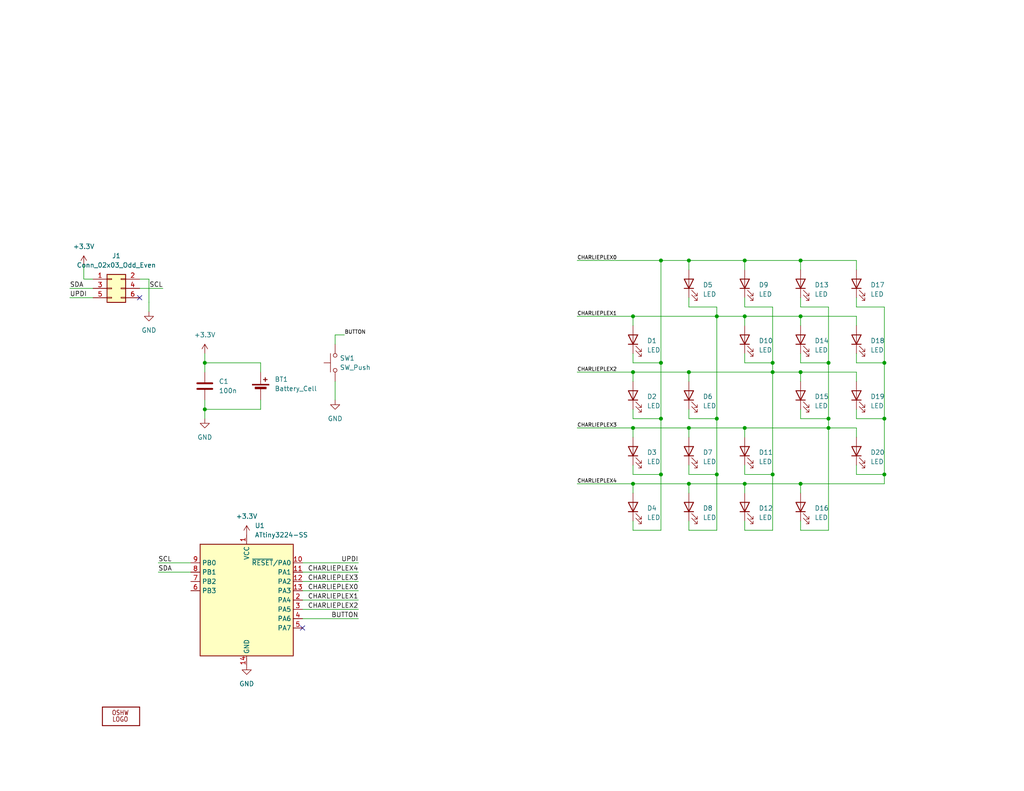
<source format=kicad_sch>
(kicad_sch (version 20231120) (generator "eeschema") (generator_version "8.0")
  (paper "USLetter")
  (lib_symbols
    (symbol "Connector_Generic:Conn_02x03_Odd_Even" (pin_names (offset 1.016) hide)
      (property "Reference" "J" (at 1.27 5.08 0))
      (property "Value" "Conn_02x03_Odd_Even" (at 1.27 -5.08 0))
      (symbol "Conn_02x03_Odd_Even_1_1"
        (rectangle (start -1.27 -2.413) (end 0 -2.667) (stroke (width 0.1524)))
        (rectangle (start -1.27 0.127) (end 0 -0.127) (stroke (width 0.1524)))
        (rectangle (start -1.27 2.667) (end 0 2.413) (stroke (width 0.1524)))
        (rectangle (start -1.27 3.81) (end 3.81 -3.81) (stroke (width 0.254)) (fill (type background)))
        (rectangle (start 3.81 -2.413) (end 2.54 -2.667) (stroke (width 0.1524)))
        (rectangle (start 3.81 0.127) (end 2.54 -0.127) (stroke (width 0.1524)))
        (rectangle (start 3.81 2.667) (end 2.54 2.413) (stroke (width 0.1524)))
        (pin passive line (at -5.08 2.54 0) (length 3.81) (name "Pin_1") (number "1"))
        (pin passive line (at 7.62 2.54 180) (length 3.81) (name "Pin_2") (number "2"))
        (pin passive line (at -5.08 0 0) (length 3.81) (name "Pin_3") (number "3"))
        (pin passive line (at 7.62 0 180) (length 3.81) (name "Pin_4") (number "4"))
        (pin passive line (at -5.08 -2.54 0) (length 3.81) (name "Pin_5") (number "5"))
        (pin passive line (at 7.62 -2.54 180) (length 3.81) (name "Pin_6") (number "6"))
      )
    )
    (symbol "Device:Battery_Cell" (pin_numbers hide) (pin_names (offset 0) hide)
      (property "Reference" "BT" (at 2.54 2.54 0))
      (property "Value" "Battery_Cell" (at 2.54 0 0))
      (symbol "Battery_Cell_0_1"
        (rectangle (start -2.286 1.778) (end 2.286 1.524) (fill (type outline)))
        (rectangle (start -1.524 1.016) (end 1.524 0.508) (fill (type outline)))
        (polyline (pts (xy 0 0.762) (xy 0 0)))
        (polyline (pts (xy 0 1.778) (xy 0 2.54)))
        (polyline (pts (xy 0.762 3.048) (xy 1.778 3.048)) (stroke (width 0.254)))
        (polyline (pts (xy 1.27 3.556) (xy 1.27 2.54)) (stroke (width 0.254)))
      )
      (symbol "Battery_Cell_1_1"
        (pin passive line (at 0 5.08 270) (length 2.54) (name "+") (number "1"))
        (pin passive line (at 0 -2.54 90) (length 2.54) (name "-") (number "2"))
      )
    )
    (symbol "Device:C" (pin_numbers hide) (pin_names (offset 0.254))
      (property "Reference" "C" (at 0.635 2.54 0))
      (property "Value" "C" (at 0.635 -2.54 0))
      (symbol "C_0_1"
        (polyline (pts (xy -2.032 -0.762) (xy 2.032 -0.762)) (stroke (width 0.508)))
        (polyline (pts (xy -2.032 0.762) (xy 2.032 0.762)) (stroke (width 0.508)))
      )
      (symbol "C_1_1"
        (pin passive line (at 0 3.81 270) (length 2.794) (name "~") (number "1"))
        (pin passive line (at 0 -3.81 90) (length 2.794) (name "~") (number "2"))
      )
    )
    (symbol "Device:LED" (pin_numbers hide) (pin_names (offset 1.016) hide)
      (property "Reference" "D" (at 0 2.54 0))
      (property "Value" "LED" (at 0 -2.54 0))
      (symbol "LED_0_1"
        (polyline (pts (xy -1.27 -1.27) (xy -1.27 1.27)) (stroke (width 0.254)))
        (polyline (pts (xy -1.27 0) (xy 1.27 0)))
        (polyline (pts (xy 1.27 -1.27) (xy 1.27 1.27) (xy -1.27 0) (xy 1.27 -1.27)) (stroke (width 0.254)))
        (polyline (pts (xy -3.048 -0.762) (xy -4.572 -2.286) (xy -3.81 -2.286) (xy -4.572 -2.286) (xy -4.572 -1.524)))
        (polyline (pts (xy -1.778 -0.762) (xy -3.302 -2.286) (xy -2.54 -2.286) (xy -3.302 -2.286) (xy -3.302 -1.524)))
      )
      (symbol "LED_1_1"
        (pin passive line (at -3.81 0 0) (length 2.54) (name "K") (number "1"))
        (pin passive line (at 3.81 0 180) (length 2.54) (name "A") (number "2"))
      )
    )
    (symbol "MCU_Microchip_ATtiny:ATtiny3224-SS"
      (property "Reference" "U" (at -12.7 16.51 0))
      (property "Value" "ATtiny3224-SS" (at 2.54 -16.51 0))
      (symbol "ATtiny3224-SS_0_1"
        (rectangle (start -12.7 -15.24) (end 12.7 15.24) (stroke (width 0.254)) (fill (type background)))
      )
      (symbol "ATtiny3224-SS_1_1"
        (pin power_in line (at 0 17.78 270) (length 2.54) (name "VCC") (number "1"))
        (pin bidirectional line (at 15.24 10.16 180) (length 2.54) (name "~{RESET}/PA0") (number "10"))
        (pin bidirectional line (at 15.24 7.62 180) (length 2.54) (name "PA1") (number "11"))
        (pin bidirectional line (at 15.24 5.08 180) (length 2.54) (name "PA2") (number "12"))
        (pin bidirectional line (at 15.24 2.54 180) (length 2.54) (name "PA3") (number "13"))
        (pin power_in line (at 0 -17.78 90) (length 2.54) (name "GND") (number "14"))
        (pin bidirectional line (at 15.24 0 180) (length 2.54) (name "PA4") (number "2"))
        (pin bidirectional line (at 15.24 -2.54 180) (length 2.54) (name "PA5") (number "3"))
        (pin bidirectional line (at 15.24 -5.08 180) (length 2.54) (name "PA6") (number "4"))
        (pin bidirectional line (at 15.24 -7.62 180) (length 2.54) (name "PA7") (number "5"))
        (pin bidirectional line (at -15.24 2.54 0) (length 2.54) (name "PB3") (number "6"))
        (pin bidirectional line (at -15.24 5.08 0) (length 2.54) (name "PB2") (number "7"))
        (pin bidirectional line (at -15.24 7.62 0) (length 2.54) (name "PB1") (number "8"))
        (pin bidirectional line (at -15.24 10.16 0) (length 2.54) (name "PB0") (number "9"))
      )
    )
    (symbol "Switch:SW_Push" (pin_numbers hide) (pin_names (offset 1.016) hide)
      (property "Reference" "SW" (at 1.27 2.54 0))
      (property "Value" "SW_Push" (at 0 -1.524 0))
      (symbol "SW_Push_0_1"
        (circle (center -2.032 0) (radius 0.508))
        (polyline (pts (xy 0 1.27) (xy 0 3.048)))
        (polyline (pts (xy 2.54 1.27) (xy -2.54 1.27)))
        (circle (center 2.032 0) (radius 0.508))
        (pin passive line (at -5.08 0 0) (length 2.54) (name "1") (number "1"))
        (pin passive line (at 5.08 0 180) (length 2.54) (name "2") (number "2"))
      )
    )
    (symbol "power:+3.3V" (power) (pin_names (offset 0))
      (property "Value" "+3.3V" (at 0 3.556 0))
      (symbol "+3.3V_0_1"
        (polyline (pts (xy -0.762 1.27) (xy 0 2.54)))
        (polyline (pts (xy 0 0) (xy 0 2.54)))
        (polyline (pts (xy 0 2.54) (xy 0.762 1.27)))
      )
      (symbol "+3.3V_1_1"
        (pin power_in line (at 0 0 90) (length 0) hide (name "+3.3V") (number "1"))
      )
    )
    (symbol "power:GND" (power) (pin_names (offset 0))
      (property "Value" "GND" (at 0 -3.81 0))
      (symbol "GND_0_1"
        (polyline (pts (xy 0 0) (xy 0 -1.27) (xy 1.27 -1.27) (xy 0 -2.54) (xy -1.27 -1.27) (xy 0 -1.27)))
      )
      (symbol "GND_1_1"
        (pin power_in line (at 0 0 270) (length 0) hide (name "GND") (number "1"))
      )
    )
    (symbol "valentines-heart-punk-r1.2-rotated-eagle-import:OSHW_LOGO_FILLX0100-NT"
      (symbol "OSHW_LOGO_FILLX0100-NT_1_0"
        (polyline (pts (xy -5.08 -2.54) (xy -5.08 2.54)) (stroke (width 0.254)))
        (polyline (pts (xy -5.08 2.54) (xy 5.08 2.54)) (stroke (width 0.254)))
        (polyline (pts (xy 5.08 -2.54) (xy -5.08 -2.54)) (stroke (width 0.254)))
        (polyline (pts (xy 5.08 2.54) (xy 5.08 -2.54)) (stroke (width 0.254)))
        (text "LOGO" (at -2.413 -1.524 0) (effects (font (size 1.27 1.0795)) (justify left bottom)))
        (text "OSHW" (at -2.54 0.254 0) (effects (font (size 1.27 1.0795)) (justify left bottom)))
      )
    )
  )
  (junction (at 218.44 86.36))
  (junction (at 241.3 129.54))
  (junction (at 180.34 129.54))
  (junction (at 180.34 71.12))
  (junction (at 180.34 114.3))
  (junction (at 210.82 101.6))
  (junction (at 203.2 116.84))
  (junction (at 187.96 71.12))
  (junction (at 226.06 114.3))
  (junction (at 172.72 101.6))
  (junction (at 195.58 86.36))
  (junction (at 187.96 116.84))
  (junction (at 172.72 116.84))
  (junction (at 203.2 86.36))
  (junction (at 241.3 114.3))
  (junction (at 187.96 132.08))
  (junction (at 55.88 99.06))
  (junction (at 210.82 129.54))
  (junction (at 187.96 101.6))
  (junction (at 218.44 132.08))
  (junction (at 226.06 99.06))
  (junction (at 172.72 132.08))
  (junction (at 218.44 101.6))
  (junction (at 195.58 114.3))
  (junction (at 218.44 71.12))
  (junction (at 55.88 111.76))
  (junction (at 180.34 99.06))
  (junction (at 226.06 116.84))
  (junction (at 210.82 99.06))
  (junction (at 195.58 129.54))
  (junction (at 203.2 71.12))
  (junction (at 172.72 86.36))
  (junction (at 203.2 132.08))
  (junction (at 241.3 99.06))
  (no_connect (at 82.55 171.45))
  (no_connect (at 38.1 81.28))
  (wire (pts (xy 172.72 114.3) (xy 172.72 111.76)) (stroke (width 0.1524)))
  (wire (pts (xy 218.44 101.6) (xy 233.68 101.6)) (stroke (width 0.1524)))
  (wire (pts (xy 233.68 86.36) (xy 233.68 88.9)) (stroke (width 0.1524)))
  (wire (pts (xy 203.2 132.08) (xy 203.2 134.62)) (stroke (width 0.1524)))
  (wire (pts (xy 241.3 129.54) (xy 241.3 114.3)) (stroke (width 0.1524)))
  (wire (pts (xy 187.96 83.82) (xy 195.58 83.82)) (stroke (width 0.1524)))
  (wire (pts (xy 187.96 144.78) (xy 187.96 142.24)) (stroke (width 0.1524)))
  (wire (pts (xy 233.68 99.06) (xy 241.3 99.06)) (stroke (width 0.1524)))
  (wire (pts (xy 187.96 116.84) (xy 203.2 116.84)) (stroke (width 0.1524)))
  (wire (pts (xy 203.2 99.06) (xy 210.82 99.06)) (stroke (width 0.1524)))
  (wire (pts (xy 218.44 132.08) (xy 241.3 132.08)) (stroke (width 0.1524)))
  (wire (pts (xy 55.88 99.06) (xy 55.88 101.6)))
  (wire (pts (xy 210.82 99.06) (xy 210.82 101.6)) (stroke (width 0.1524)))
  (wire (pts (xy 195.58 144.78) (xy 195.58 129.54)) (stroke (width 0.1524)))
  (wire (pts (xy 22.86 76.2) (xy 25.4 76.2)) (stroke (width 0.1524)))
  (wire (pts (xy 172.72 86.36) (xy 172.72 88.9)) (stroke (width 0.1524)))
  (wire (pts (xy 203.2 132.08) (xy 218.44 132.08)) (stroke (width 0.1524)))
  (wire (pts (xy 241.3 132.08) (xy 241.3 129.54)) (stroke (width 0.1524)))
  (wire (pts (xy 172.72 132.08) (xy 157.48 132.08)) (stroke (width 0.1524)))
  (wire (pts (xy 172.72 129.54) (xy 180.34 129.54)) (stroke (width 0.1524)))
  (wire (pts (xy 233.68 111.76) (xy 233.68 114.3)) (stroke (width 0.1524)))
  (wire (pts (xy 187.96 144.78) (xy 195.58 144.78)) (stroke (width 0.1524)))
  (wire (pts (xy 91.44 91.44) (xy 93.98 91.44)) (stroke (width 0.1524)))
  (wire (pts (xy 210.82 144.78) (xy 210.82 129.54)) (stroke (width 0.1524)))
  (wire (pts (xy 233.68 129.54) (xy 241.3 129.54)) (stroke (width 0.1524)))
  (wire (pts (xy 233.68 96.52) (xy 233.68 99.06)) (stroke (width 0.1524)))
  (wire (pts (xy 40.64 82.55) (xy 40.64 85.09)) (stroke (width 0.1524)))
  (wire (pts (xy 203.2 86.36) (xy 195.58 86.36)) (stroke (width 0.1524)))
  (wire (pts (xy 55.88 111.76) (xy 55.88 109.22)))
  (wire (pts (xy 218.44 86.36) (xy 233.68 86.36)) (stroke (width 0.1524)))
  (wire (pts (xy 203.2 86.36) (xy 203.2 88.9)) (stroke (width 0.1524)))
  (wire (pts (xy 82.55 166.37) (xy 97.79 166.37)) (stroke (width 0.1524)))
  (wire (pts (xy 180.34 99.06) (xy 180.34 114.3)) (stroke (width 0.1524)))
  (wire (pts (xy 210.82 101.6) (xy 187.96 101.6)) (stroke (width 0.1524)))
  (wire (pts (xy 218.44 99.06) (xy 218.44 96.52)) (stroke (width 0.1524)))
  (wire (pts (xy 226.06 114.3) (xy 226.06 116.84)) (stroke (width 0.1524)))
  (wire (pts (xy 218.44 99.06) (xy 226.06 99.06)) (stroke (width 0.1524)))
  (wire (pts (xy 210.82 129.54) (xy 210.82 101.6)) (stroke (width 0.1524)))
  (wire (pts (xy 40.64 76.2) (xy 40.64 82.55)))
  (wire (pts (xy 55.88 96.52) (xy 55.88 99.06)))
  (wire (pts (xy 172.72 144.78) (xy 172.72 142.24)) (stroke (width 0.1524)))
  (wire (pts (xy 233.68 116.84) (xy 233.68 119.38)) (stroke (width 0.1524)))
  (wire (pts (xy 172.72 99.06) (xy 172.72 96.52)) (stroke (width 0.1524)))
  (wire (pts (xy 172.72 132.08) (xy 172.72 134.62)) (stroke (width 0.1524)))
  (wire (pts (xy 187.96 71.12) (xy 187.96 73.66)) (stroke (width 0.1524)))
  (wire (pts (xy 203.2 71.12) (xy 203.2 73.66)) (stroke (width 0.1524)))
  (wire (pts (xy 38.1 78.74) (xy 44.45 78.74)))
  (wire (pts (xy 187.96 116.84) (xy 187.96 119.38)) (stroke (width 0.1524)))
  (wire (pts (xy 55.88 111.76) (xy 71.12 111.76)))
  (wire (pts (xy 172.72 101.6) (xy 157.48 101.6)) (stroke (width 0.1524)))
  (wire (pts (xy 82.55 153.67) (xy 97.79 153.67)))
  (wire (pts (xy 195.58 114.3) (xy 195.58 86.36)) (stroke (width 0.1524)))
  (wire (pts (xy 157.48 86.36) (xy 172.72 86.36)) (stroke (width 0.1524)))
  (wire (pts (xy 172.72 114.3) (xy 180.34 114.3)) (stroke (width 0.1524)))
  (wire (pts (xy 241.3 114.3) (xy 241.3 99.06)) (stroke (width 0.1524)))
  (wire (pts (xy 195.58 83.82) (xy 195.58 86.36)) (stroke (width 0.1524)))
  (wire (pts (xy 82.55 163.83) (xy 97.79 163.83)) (stroke (width 0.1524)))
  (wire (pts (xy 226.06 99.06) (xy 226.06 114.3)) (stroke (width 0.1524)))
  (wire (pts (xy 203.2 116.84) (xy 226.06 116.84)) (stroke (width 0.1524)))
  (wire (pts (xy 233.68 127) (xy 233.68 129.54)) (stroke (width 0.1524)))
  (wire (pts (xy 226.06 116.84) (xy 233.68 116.84)) (stroke (width 0.1524)))
  (wire (pts (xy 43.18 156.21) (xy 52.07 156.21)))
  (wire (pts (xy 172.72 116.84) (xy 187.96 116.84)) (stroke (width 0.1524)))
  (wire (pts (xy 218.44 101.6) (xy 210.82 101.6)) (stroke (width 0.1524)))
  (wire (pts (xy 241.3 83.82) (xy 233.68 83.82)) (stroke (width 0.1524)))
  (wire (pts (xy 233.68 101.6) (xy 233.68 104.14)) (stroke (width 0.1524)))
  (wire (pts (xy 241.3 99.06) (xy 241.3 83.82)) (stroke (width 0.1524)))
  (wire (pts (xy 226.06 116.84) (xy 226.06 144.78)) (stroke (width 0.1524)))
  (wire (pts (xy 187.96 132.08) (xy 203.2 132.08)) (stroke (width 0.1524)))
  (wire (pts (xy 218.44 86.36) (xy 218.44 88.9)) (stroke (width 0.1524)))
  (wire (pts (xy 218.44 71.12) (xy 233.68 71.12)) (stroke (width 0.1524)))
  (wire (pts (xy 172.72 101.6) (xy 172.72 104.14)) (stroke (width 0.1524)))
  (wire (pts (xy 82.55 158.75) (xy 97.79 158.75)) (stroke (width 0.1524)))
  (wire (pts (xy 187.96 114.3) (xy 187.96 111.76)) (stroke (width 0.1524)))
  (wire (pts (xy 172.72 129.54) (xy 172.72 127)) (stroke (width 0.1524)))
  (wire (pts (xy 218.44 114.3) (xy 226.06 114.3)) (stroke (width 0.1524)))
  (wire (pts (xy 233.68 114.3) (xy 241.3 114.3)) (stroke (width 0.1524)))
  (wire (pts (xy 187.96 71.12) (xy 180.34 71.12)) (stroke (width 0.1524)))
  (wire (pts (xy 91.44 109.22) (xy 91.44 104.14)) (stroke (width 0.1524)))
  (wire (pts (xy 180.34 71.12) (xy 180.34 99.06)) (stroke (width 0.1524)))
  (wire (pts (xy 187.96 129.54) (xy 195.58 129.54)) (stroke (width 0.1524)))
  (wire (pts (xy 203.2 83.82) (xy 210.82 83.82)) (stroke (width 0.1524)))
  (wire (pts (xy 19.05 81.28) (xy 25.4 81.28)))
  (wire (pts (xy 55.88 114.3) (xy 55.88 111.76)))
  (wire (pts (xy 218.44 71.12) (xy 203.2 71.12)) (stroke (width 0.1524)))
  (wire (pts (xy 22.86 72.39) (xy 22.86 76.2)) (stroke (width 0.1524)))
  (wire (pts (xy 195.58 129.54) (xy 195.58 114.3)) (stroke (width 0.1524)))
  (wire (pts (xy 203.2 129.54) (xy 203.2 127)) (stroke (width 0.1524)))
  (wire (pts (xy 180.34 144.78) (xy 172.72 144.78)) (stroke (width 0.1524)))
  (wire (pts (xy 233.68 83.82) (xy 233.68 81.28)) (stroke (width 0.1524)))
  (wire (pts (xy 180.34 71.12) (xy 157.48 71.12)) (stroke (width 0.1524)))
  (wire (pts (xy 203.2 144.78) (xy 203.2 142.24)) (stroke (width 0.1524)))
  (wire (pts (xy 43.18 153.67) (xy 52.07 153.67)))
  (wire (pts (xy 187.96 83.82) (xy 187.96 81.28)) (stroke (width 0.1524)))
  (wire (pts (xy 91.44 91.44) (xy 91.44 93.98)) (stroke (width 0.1524)))
  (wire (pts (xy 203.2 83.82) (xy 203.2 81.28)) (stroke (width 0.1524)))
  (wire (pts (xy 71.12 99.06) (xy 71.12 101.6)))
  (wire (pts (xy 19.05 78.74) (xy 25.4 78.74)))
  (wire (pts (xy 203.2 86.36) (xy 218.44 86.36)) (stroke (width 0.1524)))
  (wire (pts (xy 187.96 101.6) (xy 187.96 104.14)) (stroke (width 0.1524)))
  (wire (pts (xy 82.55 161.29) (xy 97.79 161.29)) (stroke (width 0.1524)))
  (wire (pts (xy 218.44 83.82) (xy 218.44 81.28)) (stroke (width 0.1524)))
  (wire (pts (xy 38.1 76.2) (xy 40.64 76.2)))
  (wire (pts (xy 218.44 83.82) (xy 226.06 83.82)) (stroke (width 0.1524)))
  (wire (pts (xy 218.44 71.12) (xy 218.44 73.66)) (stroke (width 0.1524)))
  (wire (pts (xy 187.96 129.54) (xy 187.96 127)) (stroke (width 0.1524)))
  (wire (pts (xy 195.58 86.36) (xy 172.72 86.36)) (stroke (width 0.1524)))
  (wire (pts (xy 203.2 71.12) (xy 187.96 71.12)) (stroke (width 0.1524)))
  (wire (pts (xy 203.2 144.78) (xy 210.82 144.78)) (stroke (width 0.1524)))
  (wire (pts (xy 55.88 99.06) (xy 71.12 99.06)))
  (wire (pts (xy 172.72 99.06) (xy 180.34 99.06)) (stroke (width 0.1524)))
  (wire (pts (xy 187.96 114.3) (xy 195.58 114.3)) (stroke (width 0.1524)))
  (wire (pts (xy 172.72 116.84) (xy 172.72 119.38)) (stroke (width 0.1524)))
  (wire (pts (xy 218.44 114.3) (xy 218.44 111.76)) (stroke (width 0.1524)))
  (wire (pts (xy 82.55 168.91) (xy 97.79 168.91)) (stroke (width 0.1524)))
  (wire (pts (xy 187.96 101.6) (xy 172.72 101.6)) (stroke (width 0.1524)))
  (wire (pts (xy 226.06 144.78) (xy 218.44 144.78)) (stroke (width 0.1524)))
  (wire (pts (xy 203.2 99.06) (xy 203.2 96.52)) (stroke (width 0.1524)))
  (wire (pts (xy 172.72 132.08) (xy 187.96 132.08)) (stroke (width 0.1524)))
  (wire (pts (xy 82.55 156.21) (xy 97.79 156.21)) (stroke (width 0.1524)))
  (wire (pts (xy 180.34 129.54) (xy 180.34 144.78)) (stroke (width 0.1524)))
  (wire (pts (xy 187.96 132.08) (xy 187.96 134.62)) (stroke (width 0.1524)))
  (wire (pts (xy 180.34 114.3) (xy 180.34 129.54)) (stroke (width 0.1524)))
  (wire (pts (xy 218.44 101.6) (xy 218.44 104.14)) (stroke (width 0.1524)))
  (wire (pts (xy 218.44 144.78) (xy 218.44 142.24)) (stroke (width 0.1524)))
  (wire (pts (xy 71.12 111.76) (xy 71.12 109.22)))
  (wire (pts (xy 210.82 83.82) (xy 210.82 99.06)) (stroke (width 0.1524)))
  (wire (pts (xy 172.72 116.84) (xy 157.48 116.84)) (stroke (width 0.1524)))
  (wire (pts (xy 210.82 129.54) (xy 203.2 129.54)) (stroke (width 0.1524)))
  (wire (pts (xy 218.44 132.08) (xy 218.44 134.62)) (stroke (width 0.1524)))
  (wire (pts (xy 226.06 83.82) (xy 226.06 99.06)) (stroke (width 0.1524)))
  (wire (pts (xy 203.2 116.84) (xy 203.2 119.38)) (stroke (width 0.1524)))
  (wire (pts (xy 233.68 71.12) (xy 233.68 73.66)) (stroke (width 0.1524)))
  (label "SDA" (at 19.05 78.74 0))
  (label "UPDI" (at 97.79 153.67 180))
  (label "CHARLIEPLEX4" (at 157.48 132.08 0) (effects (font (size 0.9957 0.9957))))
  (label "CHARLIEPLEX2" (at 157.48 101.6 0) (effects (font (size 0.9957 0.9957))))
  (label "CHARLIEPLEX0" (at 157.48 71.12 0) (effects (font (size 0.9957 0.9957))))
  (label "SCL" (at 44.45 78.74 180))
  (label "SDA" (at 43.18 156.21 0))
  (label "CHARLIEPLEX3" (at 157.48 116.84 0) (effects (font (size 0.9957 0.9957))))
  (label "CHARLIEPLEX1" (at 97.79 163.83 180))
  (label "CHARLIEPLEX0" (at 97.79 161.29 180))
  (label "UPDI" (at 19.05 81.28 0))
  (label "SCL" (at 43.18 153.67 0))
  (label "BUTTON" (at 93.98 91.44 0) (effects (font (size 0.9957 0.9957))))
  (label "CHARLIEPLEX3" (at 97.79 158.75 180))
  (label "CHARLIEPLEX1" (at 157.48 86.36 0) (effects (font (size 0.9957 0.9957))))
  (label "CHARLIEPLEX4" (at 97.79 156.21 180))
  (label "BUTTON" (at 97.79 168.91 180))
  (label "CHARLIEPLEX2" (at 97.79 166.37 180))
  (symbol (lib_id "Device:LED") (at 218.44 107.95 90) (unit 1)
    (property "Reference" "D15" (at 222.25 108.2675 90) (effects (justify right)))
    (property "Value" "LED" (at 222.25 110.8075 90) (effects (justify right)))
    (property "Footprint" "LED_SMD:LED_1206_3216Metric" (effects (hide yes)))
  )
  (symbol (lib_id "Device:LED") (at 203.2 92.71 90) (unit 1)
    (property "Reference" "D10" (at 207.01 93.0275 90) (effects (justify right)))
    (property "Value" "LED" (at 207.01 95.5675 90) (effects (justify right)))
    (property "Footprint" "LED_SMD:LED_1206_3216Metric" (effects (hide yes)))
  )
  (symbol (lib_id "power:GND") (at 40.64 85.09 0) (unit 1)
    (property "Reference" "#PWR01" (effects (hide yes)))
    (property "Value" "GND" (at 40.64 90.17 0))
  )
  (symbol (lib_id "Connector_Generic:Conn_02x03_Odd_Even") (at 30.48 78.74 0) (unit 1)
    (property "Reference" "J1" (at 31.75 69.85 0))
    (property "Value" "Conn_02x03_Odd_Even" (at 31.75 72.39 0))
    (property "Footprint" "Connector_IDC:IDC-Header_2x03_P2.54mm_Vertical_SMD" (effects (hide yes)))
  )
  (symbol (lib_id "Device:LED") (at 203.2 77.47 90) (unit 1)
    (property "Reference" "D9" (at 207.01 77.7875 90) (effects (justify right)))
    (property "Value" "LED" (at 207.01 80.3275 90) (effects (justify right)))
    (property "Footprint" "LED_SMD:LED_1206_3216Metric" (effects (hide yes)))
  )
  (symbol (lib_id "power:GND") (at 67.31 181.61 0) (unit 1)
    (property "Reference" "#PWR04" (effects (hide yes)))
    (property "Value" "GND" (at 67.31 186.69 0))
  )
  (symbol (lib_id "Device:C") (at 55.88 105.41 0) (unit 1)
    (property "Reference" "C1" (at 59.69 104.14 0) (effects (justify left)))
    (property "Value" "100n" (at 59.69 106.68 0) (effects (justify left)))
    (property "Footprint" "Capacitor_SMD:C_1206_3216Metric" (effects (hide yes)))
  )
  (symbol (lib_id "Device:LED") (at 233.68 77.47 90) (unit 1)
    (property "Reference" "D17" (at 237.49 77.7875 90) (effects (justify right)))
    (property "Value" "LED" (at 237.49 80.3275 90) (effects (justify right)))
    (property "Footprint" "LED_SMD:LED_1206_3216Metric" (effects (hide yes)))
  )
  (symbol (lib_id "Device:LED") (at 172.72 138.43 90) (unit 1)
    (property "Reference" "D4" (at 176.53 138.7475 90) (effects (justify right)))
    (property "Value" "LED" (at 176.53 141.2875 90) (effects (justify right)))
    (property "Footprint" "LED_SMD:LED_1206_3216Metric" (effects (hide yes)))
  )
  (symbol (lib_id "Device:LED") (at 172.72 92.71 90) (unit 1)
    (property "Reference" "D1" (at 176.53 93.0275 90) (effects (justify right)))
    (property "Value" "LED" (at 176.53 95.5675 90) (effects (justify right)))
    (property "Footprint" "LED_SMD:LED_1206_3216Metric" (effects (hide yes)))
  )
  (symbol (lib_id "Device:LED") (at 218.44 92.71 90) (unit 1)
    (property "Reference" "D14" (at 222.25 93.0275 90) (effects (justify right)))
    (property "Value" "LED" (at 222.25 95.5675 90) (effects (justify right)))
    (property "Footprint" "LED_SMD:LED_1206_3216Metric" (effects (hide yes)))
  )
  (symbol (lib_id "power:+3.3V") (at 22.86 72.39 0) (unit 1)
    (property "Reference" "#PWR07" (effects (hide yes)))
    (property "Value" "+3.3V" (at 22.86 67.31 0))
  )
  (symbol (lib_id "Device:LED") (at 233.68 123.19 90) (unit 1)
    (property "Reference" "D20" (at 237.49 123.5075 90) (effects (justify right)))
    (property "Value" "LED" (at 237.49 126.0475 90) (effects (justify right)))
    (property "Footprint" "LED_SMD:LED_1206_3216Metric" (effects (hide yes)))
  )
  (symbol (lib_id "Device:LED") (at 233.68 92.71 90) (unit 1)
    (property "Reference" "D18" (at 237.49 93.0275 90) (effects (justify right)))
    (property "Value" "LED" (at 237.49 95.5675 90) (effects (justify right)))
    (property "Footprint" "LED_SMD:LED_1206_3216Metric" (effects (hide yes)))
  )
  (symbol (lib_id "Switch:SW_Push") (at 91.44 99.06 90) (unit 1)
    (property "Reference" "SW1" (at 92.71 97.79 90) (effects (justify right)))
    (property "Value" "SW_Push" (at 92.71 100.33 90) (effects (justify right)))
    (property "Footprint" "Button_Switch_SMD:SW_SPST_CK_RS282G05A3" (effects (hide yes)))
  )
  (symbol (lib_id "Device:LED") (at 218.44 138.43 90) (unit 1)
    (property "Reference" "D16" (at 222.25 138.7475 90) (effects (justify right)))
    (property "Value" "LED" (at 222.25 141.2875 90) (effects (justify right)))
    (property "Footprint" "LED_SMD:LED_1206_3216Metric" (effects (hide yes)))
  )
  (symbol (lib_id "Device:LED") (at 172.72 107.95 90) (unit 1)
    (property "Reference" "D2" (at 176.53 108.2675 90) (effects (justify right)))
    (property "Value" "LED" (at 176.53 110.8075 90) (effects (justify right)))
    (property "Footprint" "LED_SMD:LED_1206_3216Metric" (effects (hide yes)))
  )
  (symbol (lib_id "Device:LED") (at 187.96 107.95 90) (unit 1)
    (property "Reference" "D6" (at 191.77 108.2675 90) (effects (justify right)))
    (property "Value" "LED" (at 191.77 110.8075 90) (effects (justify right)))
    (property "Footprint" "LED_SMD:LED_1206_3216Metric" (effects (hide yes)))
  )
  (symbol (lib_id "power:+3.3V") (at 67.31 146.05 0) (unit 1)
    (property "Reference" "#PWR05" (effects (hide yes)))
    (property "Value" "+3.3V" (at 67.31 140.97 0))
  )
  (symbol (lib_id "Device:LED") (at 203.2 123.19 90) (unit 1)
    (property "Reference" "D11" (at 207.01 123.5075 90) (effects (justify right)))
    (property "Value" "LED" (at 207.01 126.0475 90) (effects (justify right)))
    (property "Footprint" "LED_SMD:LED_1206_3216Metric" (effects (hide yes)))
  )
  (symbol (lib_id "Device:LED") (at 172.72 123.19 90) (unit 1)
    (property "Reference" "D3" (at 176.53 123.5075 90) (effects (justify right)))
    (property "Value" "LED" (at 176.53 126.0475 90) (effects (justify right)))
    (property "Footprint" "LED_SMD:LED_1206_3216Metric" (effects (hide yes)))
  )
  (symbol (lib_id "power:+3.3V") (at 55.88 96.52 0) (unit 1)
    (property "Reference" "#PWR06" (effects (hide yes)))
    (property "Value" "+3.3V" (at 55.88 91.44 0))
  )
  (symbol (lib_id "power:GND") (at 91.44 109.22 0) (unit 1)
    (property "Reference" "#PWR03" (effects (hide yes)))
    (property "Value" "GND" (at 91.44 114.3 0))
  )
  (symbol (lib_id "valentines-heart-punk-r1.2-rotated-eagle-import:OSHW_LOGO_FILLX0100-NT") (at 33.02 195.58 0) (unit 1)
    (property "Reference" "LOGO1" (effects (hide yes)))
    (property "Value" "OSHW_LOGO_FILLX0100-NT" (effects (hide yes)))
    (property "Footprint" "valentines-heart-punk-r1.2-rotated:OSHW_FILLX100_NOTEXT" (effects (hide yes)))
  )
  (symbol (lib_id "Device:LED") (at 187.96 77.47 90) (unit 1)
    (property "Reference" "D5" (at 191.77 77.7875 90) (effects (justify right)))
    (property "Value" "LED" (at 191.77 80.3275 90) (effects (justify right)))
    (property "Footprint" "LED_SMD:LED_1206_3216Metric" (effects (hide yes)))
  )
  (symbol (lib_id "Device:Battery_Cell") (at 71.12 106.68 0) (unit 1)
    (property "Reference" "BT1" (at 74.93 103.5685 0) (effects (justify left)))
    (property "Value" "Battery_Cell" (at 74.93 106.1085 0) (effects (justify left)))
    (property "Footprint" "Battery:BatteryHolder_Keystone_3000_1x12mm" (effects (hide yes)))
  )
  (symbol (lib_id "Device:LED") (at 187.96 138.43 90) (unit 1)
    (property "Reference" "D8" (at 191.77 138.7475 90) (effects (justify right)))
    (property "Value" "LED" (at 191.77 141.2875 90) (effects (justify right)))
    (property "Footprint" "LED_SMD:LED_1206_3216Metric" (effects (hide yes)))
  )
  (symbol (lib_id "Device:LED") (at 187.96 123.19 90) (unit 1)
    (property "Reference" "D7" (at 191.77 123.5075 90) (effects (justify right)))
    (property "Value" "LED" (at 191.77 126.0475 90) (effects (justify right)))
    (property "Footprint" "LED_SMD:LED_1206_3216Metric" (effects (hide yes)))
  )
  (symbol (lib_id "Device:LED") (at 233.68 107.95 90) (unit 1)
    (property "Reference" "D19" (at 237.49 108.2675 90) (effects (justify right)))
    (property "Value" "LED" (at 237.49 110.8075 90) (effects (justify right)))
    (property "Footprint" "LED_SMD:LED_1206_3216Metric" (effects (hide yes)))
  )
  (symbol (lib_id "power:GND") (at 55.88 114.3 0) (unit 1)
    (property "Reference" "#PWR02" (effects (hide yes)))
    (property "Value" "GND" (at 55.88 119.38 0))
  )
  (symbol (lib_id "MCU_Microchip_ATtiny:ATtiny3224-SS") (at 67.31 163.83 0) (unit 1)
    (property "Reference" "U1" (at 69.5041 143.51 0) (effects (justify left)))
    (property "Value" "ATtiny3224-SS" (at 69.5041 146.05 0) (effects (justify left)))
    (property "Footprint" "Package_SO:SOIC-14_3.9x8.7mm_P1.27mm" (effects (hide yes)))
    (property "Datasheet" "https://ww1.microchip.com/downloads/en/DeviceDoc/ATtiny3224-3226-3227-Data-Sheet-DS40002345A.pdf" (effects (hide yes)))
  )
  (symbol (lib_id "Device:LED") (at 218.44 77.47 90) (unit 1)
    (property "Reference" "D13" (at 222.25 77.7875 90) (effects (justify right)))
    (property "Value" "LED" (at 222.25 80.3275 90) (effects (justify right)))
    (property "Footprint" "LED_SMD:LED_1206_3216Metric" (effects (hide yes)))
  )
  (symbol (lib_id "Device:LED") (at 203.2 138.43 90) (unit 1)
    (property "Reference" "D12" (at 207.01 138.7475 90) (effects (justify right)))
    (property "Value" "LED" (at 207.01 141.2875 90) (effects (justify right)))
    (property "Footprint" "LED_SMD:LED_1206_3216Metric" (effects (hide yes)))
  )
)
</source>
